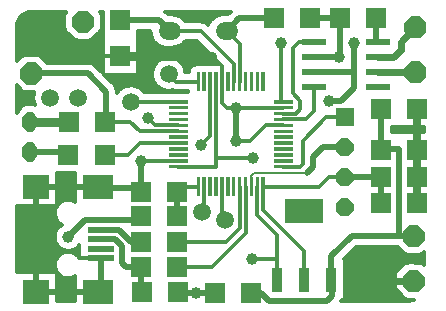
<source format=gtl>
G04 DipTrace 2.4.0.2*
%INTop.gtl*%
%MOMM*%
%ADD14C,0.5*%
%ADD15C,0.3*%
%ADD16C,0.7*%
%ADD17C,0.2*%
%ADD18C,0.6*%
%ADD19C,0.8*%
%ADD21R,1.75X1.7*%
%ADD22R,1.7X1.75*%
%ADD23R,2.25X0.5*%
%ADD24R,2.5X2.0*%
%ADD25R,2.286X2.0*%
%ADD26R,1.6X1.6*%
%ADD27C,1.5*%
%ADD29R,0.95X2.15*%
%ADD30R,3.25X2.15*%
%ADD31R,2.0X0.6*%
%ADD34O,1.9X1.5*%
%ADD35C,1.0*%
%FSLAX53Y53*%
G04*
G71*
G90*
G75*
G01*
%LNTop*%
%LPD*%
X41638Y27024D2*
D14*
Y23590D1*
X41616Y23568D1*
X44368Y16242D2*
X39116D1*
X37405Y14531D1*
Y12581D1*
X37384Y12560D1*
X44368Y16242D2*
X43120D1*
Y23637D1*
X41547D1*
X41616Y23568D1*
X30586Y11472D2*
X31456D1*
X32142Y10786D1*
X37055D1*
X37427Y11158D1*
Y12517D1*
X37384Y12560D1*
X31632Y20418D2*
D15*
X36339D1*
X37161Y21240D1*
X38544D1*
X41616Y21264D2*
D14*
Y19046D1*
X41638Y19024D1*
X38544Y21240D2*
X41616Y21264D1*
X35084Y12560D2*
D15*
Y15027D1*
X31637Y18475D1*
Y20413D1*
X31632Y20418D1*
X30759Y22826D2*
X27629D1*
Y22123D1*
X24427D1*
X33129Y32559D2*
D17*
X33137D1*
D15*
Y27623D1*
D17*
X33337D1*
X37224Y27672D2*
D14*
X38210D1*
X39317Y28779D1*
Y30116D1*
Y32575D1*
D17*
X39278D1*
X35920Y30116D2*
D14*
X39317D1*
X27632Y29328D2*
D15*
X27629Y22826D1*
X17857Y17597D2*
D14*
X20938D1*
X21292Y17951D1*
X24384Y11487D2*
X25936Y11472D1*
X27536D1*
X15129Y16172D2*
X16554Y17597D1*
X17857D1*
X24427Y25123D2*
D15*
X21181D1*
X20368Y25936D1*
X18298D1*
X18234Y25872D1*
X11992Y30018D2*
D14*
X16755D1*
X18331Y28442D1*
Y25969D1*
X18234Y25872D1*
X41320Y31386D2*
D18*
X42650D1*
X43280Y32016D1*
Y32720D1*
X44496Y33936D1*
X41320Y30116D2*
X44496Y30126D1*
X33337Y26123D2*
D15*
X35211D1*
X35920Y26832D1*
Y28846D1*
X33337Y26623D2*
X34367D1*
X34768Y27024D1*
Y27728D1*
X34128Y28368D1*
Y32144D1*
X34640Y32656D1*
X35920D1*
X33337Y22123D2*
X34731D1*
X34960Y22352D1*
Y24336D1*
X36944Y26320D1*
X38544D1*
X17857Y15997D2*
D14*
X19101D1*
X19688Y15411D1*
Y13966D1*
X20012Y13642D1*
X21270D1*
X21292Y13663D1*
Y11529D1*
X21334Y11487D1*
X21292Y15775D2*
X20429D1*
X19409Y16795D1*
X17859D1*
X17857Y16797D1*
X44688Y27024D2*
D16*
Y25230D1*
X44666D1*
Y23568D1*
Y21264D1*
Y19046D1*
X44688Y19024D1*
X21270Y19999D2*
D14*
Y20304D1*
X17750D1*
X17607Y20447D1*
X11856Y25916D2*
D19*
X15140D1*
D14*
X15184Y25872D1*
X32784Y12560D2*
D15*
Y14272D1*
Y16367D1*
X31132Y18019D1*
Y20418D1*
X30673Y14272D2*
X32784D1*
X17857Y14397D2*
D14*
Y11797D1*
X17607Y11547D1*
X12357D1*
Y15966D1*
Y20447D1*
X17607D1*
X29359Y27103D2*
D15*
X28569D1*
X28132Y27540D1*
Y29328D1*
X21270Y19999D2*
D14*
Y22623D1*
D15*
X24427D1*
X33337Y27123D2*
X29329D1*
D14*
Y24284D1*
X28132Y29328D2*
D15*
Y30659D1*
X27329Y31462D1*
D19*
X19536D1*
X38068Y31376D2*
D14*
X35920D1*
Y31386D1*
X29329Y24284D2*
D15*
X30502D1*
X31841Y25623D1*
X33337D1*
X38118Y34704D2*
D14*
Y31846D1*
D17*
X38068Y31796D1*
Y31376D1*
X35600Y34704D2*
D14*
X38118D1*
X44368Y12432D2*
D18*
X42448D1*
D15*
X42256Y12240D1*
X35600Y34704D2*
D18*
X35456D1*
D15*
X35600D1*
X38544Y23780D2*
D14*
X36708D1*
X35856Y22928D1*
Y22096D1*
X35367Y21607D1*
D17*
X30887D1*
X30632Y21352D1*
Y20418D1*
X29632Y29328D2*
D15*
Y32506D1*
X28522Y33616D1*
X32550Y34704D2*
D14*
X29610D1*
X28522Y33616D1*
X29132Y29328D2*
D15*
Y30804D1*
X26320Y33616D1*
X23696D1*
X19536Y34512D2*
D14*
X22800D1*
X23696Y33616D1*
X24427Y24123D2*
D15*
X21179D1*
X20176Y23120D1*
X18192D1*
X11856Y23376D2*
D14*
X14886D1*
X15142Y23120D1*
X24320Y19999D2*
Y17973D1*
X24342Y17951D1*
X26132Y20418D2*
D15*
X24738D1*
X24320Y19999D1*
X41168Y34704D2*
D14*
Y32808D1*
D15*
X41320Y32656D1*
X30132Y20418D2*
Y16519D1*
X27268Y13656D1*
X24349D1*
X24342Y13663D1*
X29632Y20418D2*
Y16896D1*
X28511Y15775D1*
X24342D1*
X24427Y27623D2*
X20455D1*
X20432Y27600D1*
X26132Y29328D2*
X24272D1*
X23632Y29968D1*
X27132Y29328D2*
Y24700D1*
X26384Y23952D1*
X24427Y25623D2*
X22473D1*
X21840Y26256D1*
X26632Y20418D2*
Y18440D1*
D17*
X26448Y18256D1*
X28132Y20418D2*
D15*
Y17852D1*
D17*
X28368Y17616D1*
D35*
X15129Y16172D3*
X25936Y11472D3*
X44688Y25230D3*
X30673Y14272D3*
X12357Y15966D3*
X21270Y22623D3*
X26384Y23952D3*
X21840Y26256D3*
X37224Y27672D3*
X30759Y22826D3*
X29359Y27103D3*
X38068Y31376D3*
X29329Y24284D3*
X30673Y14272D3*
X33129Y32559D3*
X39278Y32575D3*
X11246Y34953D2*
D15*
X14768D1*
X24376D2*
X27841D1*
X10979Y34657D2*
X14744D1*
X24878D2*
X27340D1*
X10843Y34360D2*
X14744D1*
X26673D2*
X27091D1*
X10796Y34063D2*
X14744D1*
X10782Y33767D2*
X14796D1*
X10782Y33470D2*
X15016D1*
X17739D2*
X17993D1*
X21076D2*
X22061D1*
X10782Y33173D2*
X15311D1*
X17439D2*
X17993D1*
X21076D2*
X22127D1*
X10782Y32877D2*
X15654D1*
X17101D2*
X17993D1*
X21076D2*
X22263D1*
X10782Y32580D2*
X17993D1*
X21076D2*
X22507D1*
X24887D2*
X26177D1*
X10782Y32283D2*
X17993D1*
X21076D2*
X22999D1*
X24390D2*
X26477D1*
X10782Y31987D2*
X17993D1*
X21076D2*
X26772D1*
X10782Y31690D2*
X17993D1*
X21076D2*
X27068D1*
X10782Y31393D2*
X11074D1*
X12910D2*
X17993D1*
X21076D2*
X27363D1*
X13206Y31097D2*
X17993D1*
X21076D2*
X22755D1*
X24512D2*
X27663D1*
X17256Y30800D2*
X17993D1*
X21076D2*
X22460D1*
X24803D2*
X27958D1*
X17589Y30503D2*
X17993D1*
X21076D2*
X22296D1*
X24967D2*
X25408D1*
X17884Y30207D2*
X17997D1*
X21076D2*
X22211D1*
X25051D2*
X25296D1*
X18184Y29910D2*
X22193D1*
X18479Y29613D2*
X22235D1*
X18775Y29317D2*
X22347D1*
X19065Y29020D2*
X22558D1*
X10782Y28723D2*
X10997D1*
X19229D2*
X19549D1*
X21315D2*
X22938D1*
X10782Y28427D2*
X11468D1*
X10782Y28130D2*
X12152D1*
X10782Y27833D2*
X12143D1*
X10782Y27537D2*
X12204D1*
X10782Y27240D2*
X11130D1*
X10782Y26943D2*
X10894D1*
X42578Y25460D2*
X45222D1*
X42578Y25163D2*
X45222D1*
X14190Y21603D2*
X15663D1*
X14190Y21307D2*
X15663D1*
X14190Y21010D2*
X15663D1*
X14190Y20713D2*
X15663D1*
X14190Y20417D2*
X15663D1*
X14190Y20120D2*
X15663D1*
X14190Y19823D2*
X15663D1*
X14190Y19527D2*
X15663D1*
X14190Y19230D2*
X14665D1*
X15550D2*
X15667D1*
X10782Y18637D2*
X14055D1*
X10782Y18340D2*
X13975D1*
X10782Y18043D2*
X13975D1*
X10782Y17747D2*
X14060D1*
X10782Y17450D2*
X14252D1*
X10782Y17153D2*
X14477D1*
X10782Y16857D2*
X14158D1*
X10782Y16560D2*
X14004D1*
X10782Y16263D2*
X13943D1*
X10782Y15967D2*
X13957D1*
X10782Y15670D2*
X14050D1*
X10782Y15373D2*
X14257D1*
X10782Y15077D2*
X14711D1*
X15545D2*
X16038D1*
X39268D2*
X43263D1*
X10782Y14780D2*
X14557D1*
X15657D2*
X16038D1*
X38973D2*
X43572D1*
X10782Y14483D2*
X14200D1*
X38678D2*
X45222D1*
X10782Y14187D2*
X14036D1*
X38551D2*
X45222D1*
X10782Y13890D2*
X13971D1*
X38551D2*
X43563D1*
X10782Y13593D2*
X13985D1*
X38551D2*
X43258D1*
X10782Y13297D2*
X14083D1*
X38551D2*
X42958D1*
X14190Y13000D2*
X14305D1*
X38551D2*
X42780D1*
X14190Y12703D2*
X14880D1*
X15334D2*
X15663D1*
X38551D2*
X42752D1*
X14190Y12407D2*
X15663D1*
X38551D2*
X42752D1*
X14190Y12110D2*
X15663D1*
X38551D2*
X42752D1*
X14190Y11813D2*
X15663D1*
X38551D2*
X42794D1*
X14190Y11517D2*
X15663D1*
X38551D2*
X43010D1*
X14190Y11220D2*
X15663D1*
X38551D2*
X43310D1*
X14190Y10923D2*
X15663D1*
X38551D2*
X43647D1*
X17977Y34641D2*
Y34014D1*
X17960Y33865D1*
X17910Y33724D1*
X17826Y33594D1*
X17783Y33546D1*
X17233Y32996D1*
X17116Y32903D1*
X16981Y32838D1*
X16830Y32806D1*
X16765Y32802D1*
X15987D1*
X15839Y32819D1*
X15698Y32869D1*
X15568Y32952D1*
X15519Y32996D1*
X14969Y33546D1*
X14876Y33663D1*
X14812Y33798D1*
X14779Y33949D1*
X14776Y34014D1*
Y34791D1*
X14793Y34940D1*
X14842Y35081D1*
X14926Y35211D1*
X14890Y35162D1*
X14861Y35250D1*
X12043D1*
X11675Y35201D1*
X11377Y35076D1*
X11119Y34878D1*
X10922Y34621D1*
X10798Y34320D1*
X10750Y33951D1*
Y31040D1*
X11135Y31425D1*
X11252Y31518D1*
X11387Y31583D1*
X11538Y31615D1*
X11603Y31619D1*
X12381D1*
X12530Y31602D1*
X12671Y31552D1*
X12800Y31469D1*
X12849Y31425D1*
X13343Y30931D1*
X16755Y30930D1*
X16904Y30918D1*
X17050Y30882D1*
X17187Y30822D1*
X17273Y30769D1*
X17400Y30663D1*
X18024Y30045D1*
Y35248D1*
X17790Y35250D1*
X17842Y35192D1*
X17919Y35063D1*
X17964Y34920D1*
X17977Y34641D1*
X12245Y28418D2*
X11603D1*
X11455Y28435D1*
X11314Y28485D1*
X11184Y28568D1*
X11135Y28612D1*
X10747Y29000D1*
X10750Y26709D1*
X11107Y27187D1*
X11218Y27287D1*
X11349Y27359D1*
X11493Y27400D1*
X11663Y27410D1*
X12199Y27403D1*
X12289Y27385D1*
X12222Y27572D1*
X12189Y27718D1*
X12172Y27867D1*
X12171Y28017D1*
X12186Y28166D1*
X12249Y28416D1*
X42549Y25080D2*
X43153Y25075D1*
X43249Y25080D1*
X45251D1*
X45250Y25516D1*
X45055Y25512D1*
X42552D1*
X42550Y25079D1*
X21047Y32999D2*
X21048Y29925D1*
X18142Y29921D1*
X18976Y29087D1*
X19073Y28973D1*
X19150Y28844D1*
X19204Y28705D1*
X19228Y28607D1*
X19243Y28363D1*
X19337Y28491D1*
X19437Y28602D1*
X19549Y28702D1*
X19671Y28789D1*
X19801Y28863D1*
X19939Y28923D1*
X20082Y28968D1*
X20229Y28997D1*
X20378Y29011D1*
X20528Y29009D1*
X20677Y28991D1*
X20823Y28957D1*
X20965Y28908D1*
X21100Y28844D1*
X21228Y28766D1*
X21348Y28675D1*
X21456Y28572D1*
X21567Y28438D1*
X23005Y28435D1*
X25242Y28434D1*
X25232Y28516D1*
X24272D1*
X24123Y28530D1*
X23941Y28587D1*
X23750Y28561D1*
X23600Y28556D1*
X23450Y28568D1*
X23303Y28595D1*
X23159Y28638D1*
X23021Y28695D1*
X22889Y28767D1*
X22766Y28853D1*
X22653Y28951D1*
X22550Y29060D1*
X22460Y29180D1*
X22383Y29309D1*
X22321Y29445D1*
X22272Y29587D1*
X22240Y29733D1*
X22223Y29882D1*
X22221Y30032D1*
X22236Y30181D1*
X22267Y30328D1*
X22313Y30471D1*
X22373Y30608D1*
X22448Y30738D1*
X22537Y30859D1*
X22637Y30970D1*
X22749Y31070D1*
X22871Y31157D1*
X23001Y31231D1*
X23139Y31291D1*
X23282Y31336D1*
X23429Y31365D1*
X23578Y31379D1*
X23728Y31377D1*
X23877Y31359D1*
X24023Y31325D1*
X24165Y31276D1*
X24300Y31212D1*
X24428Y31134D1*
X24548Y31043D1*
X24656Y30940D1*
X24754Y30826D1*
X24838Y30702D1*
X24909Y30570D1*
X24966Y30431D1*
X25007Y30287D1*
X25033Y30144D1*
X25317Y30140D1*
X25337Y30277D1*
X25387Y30418D1*
X25467Y30544D1*
X25574Y30649D1*
X25701Y30728D1*
X25843Y30775D1*
X25982Y30790D1*
X27787Y30789D1*
X27912Y30786D1*
X27999Y30790D1*
X25982Y32805D1*
X25050Y32804D1*
X24935Y32660D1*
X24828Y32555D1*
X24710Y32462D1*
X24583Y32383D1*
X24449Y32317D1*
X24308Y32265D1*
X24162Y32229D1*
X23897Y32205D1*
X23496Y32209D1*
X23314Y32216D1*
X23167Y32243D1*
X23023Y32286D1*
X22885Y32343D1*
X22753Y32415D1*
X22630Y32501D1*
X22517Y32599D1*
X22414Y32708D1*
X22324Y32828D1*
X22247Y32957D1*
X22185Y33093D1*
X22136Y33235D1*
X22104Y33381D1*
X22086Y33600D1*
X21052D1*
X21048Y32975D1*
X21043D1*
X16070Y14356D2*
X16074Y15085D1*
X16070Y15490D1*
X15959Y15359D1*
X15848Y15259D1*
X15724Y15174D1*
X15591Y15106D1*
X15450Y15055D1*
X15303Y15023D1*
X15154Y15010D1*
X15004Y15017D1*
X14856Y15042D1*
X14713Y15087D1*
X14577Y15149D1*
X14450Y15229D1*
X14334Y15324D1*
X14232Y15433D1*
X14144Y15555D1*
X14073Y15687D1*
X14019Y15827D1*
X13984Y15972D1*
X13968Y16121D1*
X13971Y16271D1*
X13993Y16420D1*
X14035Y16564D1*
X14094Y16701D1*
X14171Y16830D1*
X14263Y16948D1*
X14371Y17053D1*
X14490Y17143D1*
X14600Y17205D1*
X14491Y17272D1*
X14372Y17363D1*
X14266Y17470D1*
X14176Y17589D1*
X14103Y17720D1*
X14048Y17859D1*
X14012Y18005D1*
X13996Y18154D1*
X14000Y18304D1*
X14024Y18452D1*
X14068Y18595D1*
X14131Y18731D1*
X14212Y18857D1*
X14309Y18972D1*
X14420Y19072D1*
X14544Y19156D1*
X14678Y19223D1*
X14820Y19272D1*
X14967Y19301D1*
X15117Y19309D1*
X15266Y19298D1*
X15413Y19267D1*
X15554Y19216D1*
X15695Y19145D1*
Y21608D1*
X14162D1*
Y18785D1*
X10750D1*
Y13209D1*
X14162D1*
Y10750D1*
X15695Y10755D1*
Y12854D1*
X15495Y12755D1*
X15352Y12713D1*
X15204Y12690D1*
X15054Y12687D1*
X14905Y12704D1*
X14760Y12741D1*
X14621Y12797D1*
X14491Y12872D1*
X14372Y12963D1*
X14266Y13070D1*
X14176Y13189D1*
X14103Y13320D1*
X14048Y13459D1*
X14012Y13605D1*
X13996Y13754D1*
X14000Y13904D1*
X14024Y14052D1*
X14068Y14195D1*
X14131Y14331D1*
X14212Y14457D1*
X14309Y14572D1*
X14420Y14672D1*
X14544Y14756D1*
X14678Y14823D1*
X14820Y14872D1*
X14967Y14901D1*
X15117Y14909D1*
X15266Y14898D1*
X15413Y14867D1*
X15554Y14816D1*
X15687Y14746D1*
X15809Y14660D1*
X15919Y14558D1*
X16013Y14441D1*
X16070Y14355D1*
Y15485D1*
X23894Y35026D2*
X24141Y35007D1*
X24287Y34973D1*
X24429Y34924D1*
X24564Y34860D1*
X24692Y34782D1*
X24812Y34691D1*
X24920Y34588D1*
X25047Y34431D1*
X26320Y34428D1*
X26469Y34414D1*
X26613Y34373D1*
X26747Y34306D1*
X26894Y34190D1*
X26990Y34094D1*
X27063Y34256D1*
X27138Y34386D1*
X27227Y34507D1*
X27327Y34618D1*
X27439Y34718D1*
X27561Y34805D1*
X27691Y34879D1*
X27829Y34939D1*
X27972Y34984D1*
X28119Y35013D1*
X28322Y35028D1*
X28644D1*
X28868Y35252D1*
X23331Y35250D1*
X23445Y35157D1*
X23574Y35028D1*
X23896Y35023D1*
X43946Y10749D2*
X44326Y10799D1*
X44421Y10846D1*
X43896Y10852D1*
X43751Y10889D1*
X43617Y10958D1*
X43496Y11061D1*
X42917Y11649D1*
X42840Y11778D1*
X42795Y11920D1*
X42782Y12079D1*
X42788Y12904D1*
X42825Y13049D1*
X42894Y13183D1*
X42997Y13304D1*
X43585Y13883D1*
X43714Y13960D1*
X43856Y14005D1*
X44015Y14018D1*
X44840Y14012D1*
X44985Y13975D1*
X45119Y13906D1*
X45240Y13803D1*
X45250Y13793D1*
Y14885D1*
X45102Y14757D1*
X44967Y14692D1*
X44816Y14660D1*
X44751Y14656D1*
X43985D1*
X43837Y14673D1*
X43695Y14723D1*
X43566Y14807D1*
X43517Y14850D1*
X43037Y15331D1*
X39488Y15330D1*
X38806Y14643D1*
X38458Y14295D1*
X38521Y14297D1*
Y10823D1*
X38273D1*
X38250Y10766D1*
X38289Y10750D1*
X43957D1*
X43955Y10847D1*
X43807Y10871D1*
X43669Y10927D1*
X43546Y11013D1*
X43496Y11061D1*
X18025Y31462D2*
X21047D1*
X16071Y14397D2*
X17857D1*
X15696Y20447D2*
X17607D1*
X12357D2*
X14161D1*
X15696Y11547D2*
X17607D1*
X12357D2*
X14161D1*
X42783Y12432D2*
D17*
X44368D1*
G36*
X15438Y34791D2*
X15987Y35341D1*
X16765D1*
X17315Y34791D1*
Y34014D1*
X16765Y33464D1*
X15987D1*
X15438Y34014D1*
Y34791D1*
G37*
G36*
X11054Y30407D2*
X11603Y30957D1*
X12381D1*
X12931Y30407D1*
Y29630D1*
X12381Y29080D1*
X11603D1*
X11054Y29630D1*
Y30407D1*
G37*
D21*
X41616Y23568D3*
X44666D3*
X44688Y27024D3*
X41638D3*
X41616Y21264D3*
X44666D3*
X44688Y19024D3*
X41638D3*
X35600Y34704D3*
X32550D3*
D22*
X19536Y31462D3*
Y34512D3*
D21*
X27536Y11472D3*
X30586D3*
D23*
X17857Y17597D3*
Y16797D3*
Y15997D3*
Y15197D3*
Y14397D3*
D24*
X17607Y20447D3*
D25*
X12357D3*
D24*
X17607Y11547D3*
D25*
X12357D3*
D26*
X38544Y26320D3*
G36*
X37805Y23474D2*
Y24086D1*
X38238Y24519D1*
X38850D1*
X39283Y24086D1*
Y23474D1*
X38850Y23041D1*
X38238D1*
X37805Y23474D1*
G37*
G36*
Y20934D2*
Y21546D1*
X38238Y21979D1*
X38850D1*
X39283Y21546D1*
Y20934D1*
X38850Y20501D1*
X38238D1*
X37805Y20934D1*
G37*
G36*
Y18394D2*
Y19006D1*
X38238Y19439D1*
X38850D1*
X39283Y19006D1*
Y18394D1*
X38850Y17961D1*
X38238D1*
X37805Y18394D1*
G37*
G36*
X45292Y12815D2*
Y12049D1*
X44751Y11508D1*
X43985D1*
X43444Y12049D1*
Y12815D1*
X43985Y13356D1*
X44751D1*
X45292Y12815D1*
G37*
G36*
Y16625D2*
Y15859D1*
X44751Y15318D1*
X43985D1*
X43444Y15859D1*
Y16625D1*
X43985Y17166D1*
X44751D1*
X45292Y16625D1*
G37*
G36*
X43572Y33553D2*
Y34319D1*
X44113Y34860D1*
X44879D1*
X45420Y34319D1*
Y33553D1*
X44879Y33012D1*
X44113D1*
X43572Y33553D1*
G37*
G36*
Y29743D2*
Y30509D1*
X44113Y31050D1*
X44879D1*
X45420Y30509D1*
Y29743D1*
X44879Y29202D1*
X44113D1*
X43572Y29743D1*
G37*
D27*
X23632Y29968D3*
X20432Y27600D3*
X26448Y18256D3*
X28368Y17616D3*
X13581Y27953D3*
X15952Y27920D3*
D21*
X41168Y34704D3*
X38118D3*
X24342Y13663D3*
X21292D3*
X21334Y11487D3*
X24384D3*
X24342Y15775D3*
X21292D3*
X24342Y17951D3*
X21292D3*
X18192Y23120D3*
X15142D3*
X15184Y25872D3*
X18234D3*
X21270Y19999D3*
X24320D3*
D29*
X32784Y12560D3*
X35084D3*
X37384D3*
D30*
X35084Y18360D3*
D31*
X35920Y32656D3*
Y31386D3*
Y30116D3*
Y28846D3*
X41320D3*
Y30116D3*
Y31386D3*
Y32656D3*
G36*
X31782Y28528D2*
X31482D1*
Y30128D1*
X31782D1*
Y28528D1*
G37*
G36*
X31282D2*
X30982D1*
Y30128D1*
X31282D1*
Y28528D1*
G37*
G36*
X30782D2*
X30482D1*
Y30128D1*
X30782D1*
Y28528D1*
G37*
G36*
X30282D2*
X29982D1*
Y30128D1*
X30282D1*
Y28528D1*
G37*
G36*
X29782D2*
X29482D1*
Y30128D1*
X29782D1*
Y28528D1*
G37*
G36*
X29282D2*
X28982D1*
Y30128D1*
X29282D1*
Y28528D1*
G37*
G36*
X28782D2*
X28482D1*
Y30128D1*
X28782D1*
Y28528D1*
G37*
G36*
X28282D2*
X27982D1*
Y30128D1*
X28282D1*
Y28528D1*
G37*
G36*
X27782D2*
X27482D1*
Y30128D1*
X27782D1*
Y28528D1*
G37*
G36*
X27282D2*
X26982D1*
Y30128D1*
X27282D1*
Y28528D1*
G37*
G36*
X26782D2*
X26482D1*
Y30128D1*
X26782D1*
Y28528D1*
G37*
G36*
X26282D2*
X25982D1*
Y30128D1*
X26282D1*
Y28528D1*
G37*
G36*
X25227Y27773D2*
Y27473D1*
X23627D1*
Y27773D1*
X25227D1*
G37*
G36*
Y27273D2*
Y26973D1*
X23627D1*
Y27273D1*
X25227D1*
G37*
G36*
Y26773D2*
Y26473D1*
X23627D1*
Y26773D1*
X25227D1*
G37*
G36*
Y26273D2*
Y25973D1*
X23627D1*
Y26273D1*
X25227D1*
G37*
G36*
Y25773D2*
Y25473D1*
X23627D1*
Y25773D1*
X25227D1*
G37*
G36*
Y25273D2*
Y24973D1*
X23627D1*
Y25273D1*
X25227D1*
G37*
G36*
Y24773D2*
Y24473D1*
X23627D1*
Y24773D1*
X25227D1*
G37*
G36*
Y24273D2*
Y23973D1*
X23627D1*
Y24273D1*
X25227D1*
G37*
G36*
Y23773D2*
Y23473D1*
X23627D1*
Y23773D1*
X25227D1*
G37*
G36*
Y23273D2*
Y22973D1*
X23627D1*
Y23273D1*
X25227D1*
G37*
G36*
Y22773D2*
Y22473D1*
X23627D1*
Y22773D1*
X25227D1*
G37*
G36*
Y22273D2*
Y21973D1*
X23627D1*
Y22273D1*
X25227D1*
G37*
G36*
X26282Y19618D2*
X25982D1*
Y21218D1*
X26282D1*
Y19618D1*
G37*
G36*
X26782D2*
X26482D1*
Y21218D1*
X26782D1*
Y19618D1*
G37*
G36*
X27282D2*
X26982D1*
Y21218D1*
X27282D1*
Y19618D1*
G37*
G36*
X27782D2*
X27482D1*
Y21218D1*
X27782D1*
Y19618D1*
G37*
G36*
X28282D2*
X27982D1*
Y21218D1*
X28282D1*
Y19618D1*
G37*
G36*
X28782D2*
X28482D1*
Y21218D1*
X28782D1*
Y19618D1*
G37*
G36*
X29282D2*
X28982D1*
Y21218D1*
X29282D1*
Y19618D1*
G37*
G36*
X29782D2*
X29482D1*
Y21218D1*
X29782D1*
Y19618D1*
G37*
G36*
X30282D2*
X29982D1*
Y21218D1*
X30282D1*
Y19618D1*
G37*
G36*
X30782D2*
X30482D1*
Y21218D1*
X30782D1*
Y19618D1*
G37*
G36*
X31282D2*
X30982D1*
Y21218D1*
X31282D1*
Y19618D1*
G37*
G36*
X31782D2*
X31482D1*
Y21218D1*
X31782D1*
Y19618D1*
G37*
G36*
X34137Y22273D2*
Y21973D1*
X32537D1*
Y22273D1*
X34137D1*
G37*
G36*
Y22773D2*
Y22473D1*
X32537D1*
Y22773D1*
X34137D1*
G37*
G36*
Y23273D2*
Y22973D1*
X32537D1*
Y23273D1*
X34137D1*
G37*
G36*
Y23773D2*
Y23473D1*
X32537D1*
Y23773D1*
X34137D1*
G37*
G36*
Y24273D2*
Y23973D1*
X32537D1*
Y24273D1*
X34137D1*
G37*
G36*
Y24773D2*
Y24473D1*
X32537D1*
Y24773D1*
X34137D1*
G37*
G36*
Y25273D2*
Y24973D1*
X32537D1*
Y25273D1*
X34137D1*
G37*
G36*
Y25773D2*
Y25473D1*
X32537D1*
Y25773D1*
X34137D1*
G37*
G36*
Y26273D2*
Y25973D1*
X32537D1*
Y26273D1*
X34137D1*
G37*
G36*
Y26773D2*
Y26473D1*
X32537D1*
Y26773D1*
X34137D1*
G37*
G36*
Y27273D2*
Y26973D1*
X32537D1*
Y27273D1*
X34137D1*
G37*
G36*
Y27773D2*
Y27473D1*
X32537D1*
Y27773D1*
X34137D1*
G37*
G36*
X12468Y23720D2*
Y23032D1*
X12110Y22545D1*
X11603D1*
X11244Y23032D1*
Y23720D1*
X11603Y24208D1*
X12110D1*
X12468Y23720D1*
G37*
G36*
Y26260D2*
Y25572D1*
X12110Y25085D1*
X11603D1*
X11244Y25572D1*
Y26260D1*
X11603Y26748D1*
X12110D1*
X12468Y26260D1*
G37*
D34*
X23696Y33616D3*
X28522D3*
M02*

</source>
